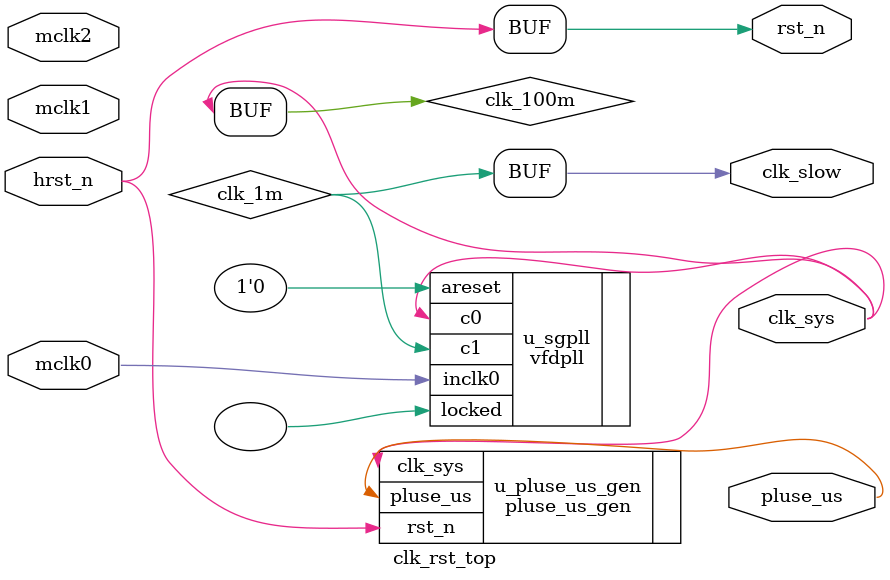
<source format=v>


module clk_rst_top(
hrst_n,
mclk0,
mclk1,
mclk2,
clk_sys,
clk_slow,
pluse_us,
rst_n
);
input hrst_n;
input mclk0;
input mclk1;
input mclk2;
output clk_sys;
output clk_slow;
output pluse_us;
output rst_n;
//---------------------------------
//---------------------------------

wire rst_n;
assign rst_n = hrst_n;

wire clk_100m;
wire clk_1m;
`ifndef SIM
vfdpll u_sgpll(
.areset(1'b0),
.inclk0(mclk0),
.c0(clk_100m),
.c1(clk_1m),
.locked()
);
`else
assign clk_100m = mclk1;
assign clk_1m = mclk2;
`endif

wire clk_sys;
assign clk_sys = clk_100m;
wire clk_slow;
assign clk_slow = clk_1m;


//----------- gen pluse 1us at cly_sys zone-------
pluse_us_gen u_pluse_us_gen(
.pluse_us(pluse_us),
.clk_sys(clk_sys),
.rst_n(rst_n)
);


endmodule

</source>
